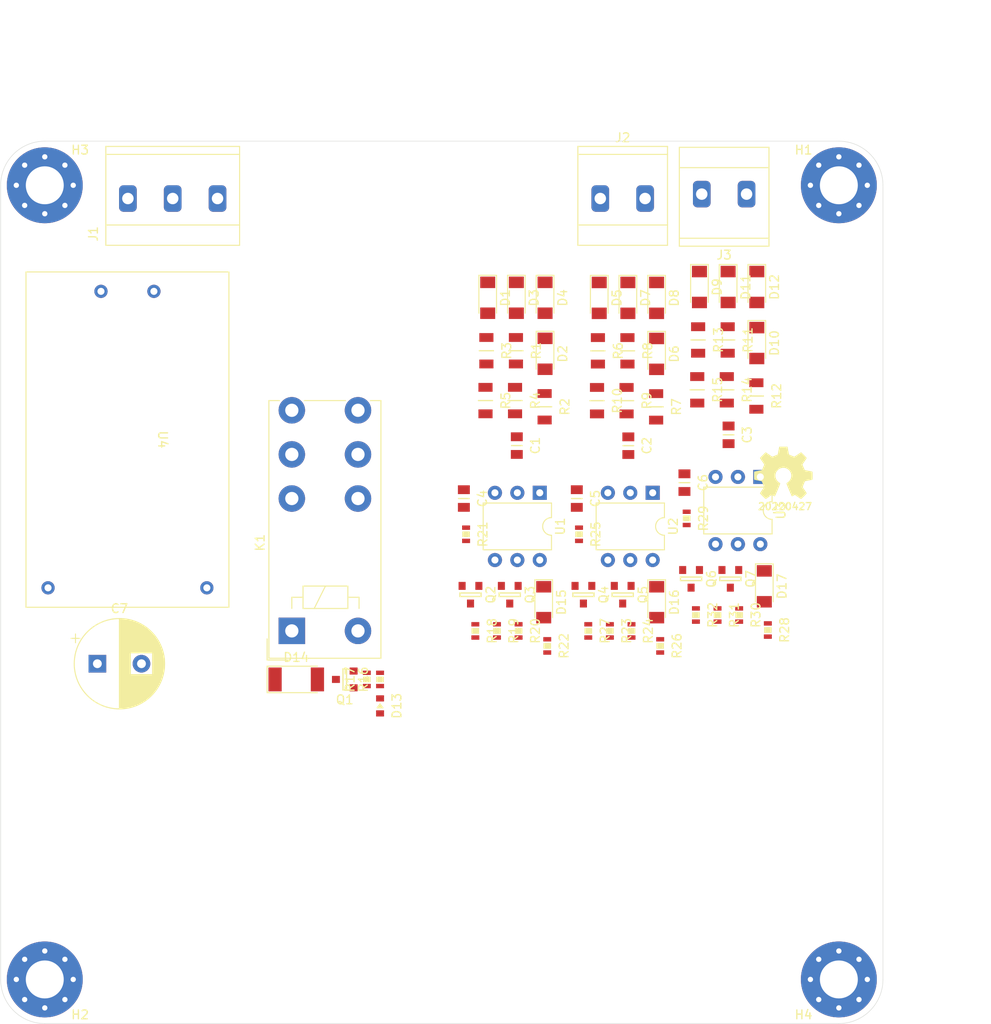
<source format=kicad_pcb>
(kicad_pcb (version 20211014) (generator pcbnew)
  (layers (0 "F.Cu" signal) (31 "B.Cu" signal) (34 "B.Paste" user) (35 "F.Paste" user) (36 "B.SilkS" user "B.Silkscreen") (37 "F.SilkS" user "F.Silkscreen") (38 "B.Mask" user) (39 "F.Mask" user) (44 "Edge.Cuts" user))
  (net 0 "")
  (net 1 "Earth")
  (net 2 "/N_in")
  (net 3 "/L_in")
  (net 4 "Net-(C1-Pad2)")
  (net 5 "Net-(C1-Pad1)")
  (net 6 "Net-(C2-Pad2)")
  (net 7 "Net-(C2-Pad1)")
  (net 8 "Net-(C3-Pad2)")
  (net 9 "Net-(C3-Pad1)")
  (net 10 "Net-(D11-Pad2)")
  (net 11 "/N_out1")
  (net 12 "/L_out1")
  (net 13 "/N_out2")
  (net 14 "/L_out2")
  (net 15 "Net-(R1-Pad1)")
  (net 16 "Net-(R2-Pad1)")
  (net 17 "Net-(R6-Pad1)")
  (net 18 "Net-(R7-Pad1)")
  (net 19 "Net-(R11-Pad1)")
  (net 20 "Net-(R12-Pad1)")
  (net 21 "/Sheet62699DAD/Enable")
  (net 22 "Net-(D13-Pad1)")
  (net 23 "/Sheet62699DAD/Coil")
  (net 24 "/Sheet62699DAD/+12V")
  (net 26 "/N_bus")
  (net 28 "/L_bus")
  (net 29 "/Sheet62699DAD/VSS")
  (net 30 "Net-(C4-Pad2)")
  (net 31 "Net-(C4-Pad1)")
  (net 32 "Net-(C5-Pad2)")
  (net 33 "Net-(C5-Pad1)")
  (net 34 "Net-(C6-Pad2)")
  (net 35 "Net-(C6-Pad1)")
  (net 36 "Net-(D15-Pad1)")
  (net 37 "Net-(D16-Pad1)")
  (net 38 "Net-(Q2-Pad3)")
  (net 39 "/ZC_in")
  (net 40 "/VSS")
  (net 41 "Net-(Q3-Pad1)")
  (net 42 "Net-(Q4-Pad3)")
  (net 43 "/ZC_out1")
  (net 44 "Net-(Q5-Pad1)")
  (net 45 "Net-(Q6-Pad3)")
  (net 46 "Net-(Q7-Pad1)")
  (net 47 "Net-(R18-Pad1)")
  (net 48 "Net-(R19-Pad1)")
  (net 49 "Net-(R21-Pad2)")
  (net 50 "+3V3")
  (net 51 "Net-(R23-Pad1)")
  (net 52 "Net-(R24-Pad1)")
  (net 53 "Net-(R26-Pad2)")
  (net 54 "Net-(R28-Pad1)")
  (net 55 "Net-(R29-Pad1)")
  (net 56 "Net-(R31-Pad2)")
  (net 60 "/VDD")
  (footprint "SquantorLabels:Label_Generic" (layer "F.Cu") (at 138.1 91.5)
    (fp_text reference "N1" hide)
    (fp_text value "20220427" (at 0.8 -0.1) (layer "F.SilkS") (effects (font (size 0.8 0.8))))
  )
  (footprint "Symbol:OSHW-Symbol_6.7x6mm_SilkScreen" (layer "F.Cu") (at 138.7 87.6)
    (fp_text reference "N2" hide)
    (fp_text value "OHWLOGO" hide)
  )
  (footprint "MountingHole:MountingHole_4.3mm_M4_Pad_Via" (layer "F.Cu") (at 145 55)
    (fp_text reference "H1" (at -4 -4) (layer "F.SilkS"))
    (fp_text value "M4")
    (pad "1" thru_hole circle locked (at -2.280419 2.280419) (size 0.9 0.9) (drill 0.6) (layers *.Cu *.Mask) (net 1 "Earth"))
    (pad "1" thru_hole circle locked (at 0 -3.225) (size 0.9 0.9) (drill 0.6) (layers *.Cu *.Mask) (net 1 "Earth"))
    (pad "1" thru_hole circle locked (at -3.225 0) (size 0.9 0.9) (drill 0.6) (layers *.Cu *.Mask) (net 1 "Earth"))
    (pad "1" thru_hole circle locked (at 0 0) (size 8.6 8.6) (drill 4.3) (layers *.Cu *.Mask) (net 1 "Earth"))
    (pad "1" thru_hole circle locked (at 2.280419 2.280419) (size 0.9 0.9) (drill 0.6) (layers *.Cu *.Mask) (net 1 "Earth"))
    (pad "1" thru_hole circle locked (at 3.225 0) (size 0.9 0.9) (drill 0.6) (layers *.Cu *.Mask) (net 1 "Earth"))
    (pad "1" thru_hole circle locked (at 0 3.225) (size 0.9 0.9) (drill 0.6) (layers *.Cu *.Mask) (net 1 "Earth"))
    (pad "1" thru_hole circle locked (at -2.280419 -2.280419) (size 0.9 0.9) (drill 0.6) (layers *.Cu *.Mask) (net 1 "Earth"))
    (pad "1" thru_hole circle locked (at 2.280419 -2.280419) (size 0.9 0.9) (drill 0.6) (layers *.Cu *.Mask) (net 1 "Earth"))
  )
  (footprint "MountingHole:MountingHole_4.3mm_M4_Pad_Via" (layer "F.Cu") (at 55 145)
    (fp_text reference "H2" (at 4 4) (layer "F.SilkS"))
    (fp_text value "M4")
    (pad "1" thru_hole circle locked (at 3.225 0) (size 0.9 0.9) (drill 0.6) (layers *.Cu *.Mask) (net 1 "Earth"))
    (pad "1" thru_hole circle locked (at 2.280419 -2.280419) (size 0.9 0.9) (drill 0.6) (layers *.Cu *.Mask) (net 1 "Earth"))
    (pad "1" thru_hole circle locked (at 0 0) (size 8.6 8.6) (drill 4.3) (layers *.Cu *.Mask) (net 1 "Earth"))
    (pad "1" thru_hole circle locked (at 0 -3.225) (size 0.9 0.9) (drill 0.6) (layers *.Cu *.Mask) (net 1 "Earth"))
    (pad "1" thru_hole circle locked (at -2.280419 2.280419) (size 0.9 0.9) (drill 0.6) (layers *.Cu *.Mask) (net 1 "Earth"))
    (pad "1" thru_hole circle locked (at -3.225 0) (size 0.9 0.9) (drill 0.6) (layers *.Cu *.Mask) (net 1 "Earth"))
    (pad "1" thru_hole circle locked (at -2.280419 -2.280419) (size 0.9 0.9) (drill 0.6) (layers *.Cu *.Mask) (net 1 "Earth"))
    (pad "1" thru_hole circle locked (at 2.280419 2.280419) (size 0.9 0.9) (drill 0.6) (layers *.Cu *.Mask) (net 1 "Earth"))
    (pad "1" thru_hole circle locked (at 0 3.225) (size 0.9 0.9) (drill 0.6) (layers *.Cu *.Mask) (net 1 "Earth"))
  )
  (footprint "MountingHole:MountingHole_4.3mm_M4_Pad_Via" (layer "F.Cu") (at 55 55)
    (fp_text reference "H3" (at 4 -4) (layer "F.SilkS"))
    (fp_text value "M4")
    (pad "1" thru_hole circle locked (at -2.280419 -2.280419) (size 0.9 0.9) (drill 0.6) (layers *.Cu *.Mask) (net 1 "Earth"))
    (pad "1" thru_hole circle locked (at 0 3.225) (size 0.9 0.9) (drill 0.6) (layers *.Cu *.Mask) (net 1 "Earth"))
    (pad "1" thru_hole circle locked (at 0 -3.225) (size 0.9 0.9) (drill 0.6) (layers *.Cu *.Mask) (net 1 "Earth"))
    (pad "1" thru_hole circle locked (at -2.280419 2.280419) (size 0.9 0.9) (drill 0.6) (layers *.Cu *.Mask) (net 1 "Earth"))
    (pad "1" thru_hole circle locked (at 2.280419 2.280419) (size 0.9 0.9) (drill 0.6) (layers *.Cu *.Mask) (net 1 "Earth"))
    (pad "1" thru_hole circle locked (at 2.280419 -2.280419) (size 0.9 0.9) (drill 0.6) (layers *.Cu *.Mask) (net 1 "Earth"))
    (pad "1" thru_hole circle locked (at -3.225 0) (size 0.9 0.9) (drill 0.6) (layers *.Cu *.Mask) (net 1 "Earth"))
    (pad "1" thru_hole circle locked (at 0 0) (size 8.6 8.6) (drill 4.3) (layers *.Cu *.Mask) (net 1 "Earth"))
    (pad "1" thru_hole circle locked (at 3.225 0) (size 0.9 0.9) (drill 0.6) (layers *.Cu *.Mask) (net 1 "Earth"))
  )
  (footprint "MountingHole:MountingHole_4.3mm_M4_Pad_Via" (layer "F.Cu") (at 145 145)
    (fp_text reference "H4" (at -4 4) (layer "F.SilkS"))
    (fp_text value "M4")
    (pad "1" thru_hole circle locked (at -2.280419 -2.280419) (size 0.9 0.9) (drill 0.6) (layers *.Cu *.Mask) (net 1 "Earth"))
    (pad "1" thru_hole circle locked (at 2.280419 -2.280419) (size 0.9 0.9) (drill 0.6) (layers *.Cu *.Mask) (net 1 "Earth"))
    (pad "1" thru_hole circle locked (at 2.280419 2.280419) (size 0.9 0.9) (drill 0.6) (layers *.Cu *.Mask) (net 1 "Earth"))
    (pad "1" thru_hole circle locked (at 0 0) (size 8.6 8.6) (drill 4.3) (layers *.Cu *.Mask) (net 1 "Earth"))
    (pad "1" thru_hole circle locked (at -3.225 0) (size 0.9 0.9) (drill 0.6) (layers *.Cu *.Mask) (net 1 "Earth"))
    (pad "1" thru_hole circle locked (at 0 -3.225) (size 0.9 0.9) (drill 0.6) (layers *.Cu *.Mask) (net 1 "Earth"))
    (pad "1" thru_hole circle locked (at 0 3.225) (size 0.9 0.9) (drill 0.6) (layers *.Cu *.Mask) (net 1 "Earth"))
    (pad "1" thru_hole circle locked (at -2.280419 2.280419) (size 0.9 0.9) (drill 0.6) (layers *.Cu *.Mask) (net 1 "Earth"))
    (pad "1" thru_hole circle locked (at 3.225 0) (size 0.9 0.9) (drill 0.6) (layers *.Cu *.Mask) (net 1 "Earth"))
  )
  (footprint "SquantorPhoenixContact:MKDS_3conn_508pitch_1711725" (layer "F.Cu") (at 69.5 56.5)
    (fp_text reference "J1" (at -9 4 -90) (layer "F.SilkS"))
    (fp_text value "Conn_01x03")
    (pad "1" thru_hole roundrect locked (at -5.08 0) (size 2 3) (drill 1.3) (layers *.Cu *.Mask) (net 3 "/L_in"))
    (pad "2" thru_hole roundrect locked (at 0 0) (size 2 3) (drill 1.3) (layers *.Cu *.Mask) (net 1 "Earth"))
    (pad "3" thru_hole roundrect locked (at 5.08 0) (size 2 3) (drill 1.3) (layers *.Cu *.Mask) (net 2 "/N_in"))
  )
  (footprint "SquantorRcl:C_0805" (layer "F.Cu") (at 108.5 84.5 -90)
    (fp_text reference "C1" (at 0 -2.1 90) (layer "F.SilkS"))
    (fp_text value "10n")
    (pad "1" smd rect locked (at -1 0 270) (size 1 1.35) (layers "F.Cu" "F.Paste" "F.Mask") (net 5 "Net-(C1-Pad1)"))
    (pad "2" smd rect locked (at 1 0 270) (size 1 1.35) (layers "F.Cu" "F.Paste" "F.Mask") (net 4 "Net-(C1-Pad2)"))
  )
  (footprint "SquantorRcl:C_0805" (layer "F.Cu") (at 121.14 84.51 -90)
    (fp_text reference "C2" (at 0 -2.1 90) (layer "F.SilkS"))
    (fp_text value "10n")
    (pad "1" smd rect locked (at -1 0 270) (size 1 1.35) (layers "F.Cu" "F.Paste" "F.Mask") (net 7 "Net-(C2-Pad1)"))
    (pad "2" smd rect locked (at 1 0 270) (size 1 1.35) (layers "F.Cu" "F.Paste" "F.Mask") (net 6 "Net-(C2-Pad2)"))
  )
  (footprint "SquantorRcl:C_0805" (layer "F.Cu") (at 132.5 83.28 -90)
    (fp_text reference "C3" (at 0 -2.1 90) (layer "F.SilkS"))
    (fp_text value "10n")
    (pad "1" smd rect locked (at -1 0 270) (size 1 1.35) (layers "F.Cu" "F.Paste" "F.Mask") (net 9 "Net-(C3-Pad1)"))
    (pad "2" smd rect locked (at 1 0 270) (size 1 1.35) (layers "F.Cu" "F.Paste" "F.Mask") (net 8 "Net-(C3-Pad2)"))
  )
  (footprint "Diode_SMD:D_MiniMELF" (layer "F.Cu") (at 105.2 67.75 -90)
    (fp_text reference "D1" (at 0 -2 90) (layer "F.SilkS"))
    (fp_text value "1N4148")
    (pad "1" smd rect locked (at -1.75 0 270) (size 1.3 1.7) (layers "F.Cu" "F.Paste" "F.Mask") (net 31 "Net-(C4-Pad1)"))
    (pad "2" smd rect locked (at 1.75 0 270) (size 1.3 1.7) (layers "F.Cu" "F.Paste" "F.Mask") (net 4 "Net-(C1-Pad2)"))
  )
  (footprint "Diode_SMD:D_MiniMELF" (layer "F.Cu") (at 111.7 74.1 -90)
    (fp_text reference "D2" (at 0 -2 90) (layer "F.SilkS"))
    (fp_text value "1N4148")
    (pad "1" smd rect locked (at -1.75 0 270) (size 1.3 1.7) (layers "F.Cu" "F.Paste" "F.Mask") (net 31 "Net-(C4-Pad1)"))
    (pad "2" smd rect locked (at 1.75 0 270) (size 1.3 1.7) (layers "F.Cu" "F.Paste" "F.Mask") (net 5 "Net-(C1-Pad1)"))
  )
  (footprint "Diode_SMD:D_MiniMELF" (layer "F.Cu") (at 108.45 67.75 -90)
    (fp_text reference "D3" (at 0 -2 90) (layer "F.SilkS"))
    (fp_text value "1N4148")
    (pad "1" smd rect locked (at -1.75 0 270) (size 1.3 1.7) (layers "F.Cu" "F.Paste" "F.Mask") (net 4 "Net-(C1-Pad2)"))
    (pad "2" smd rect locked (at 1.75 0 270) (size 1.3 1.7) (layers "F.Cu" "F.Paste" "F.Mask") (net 36 "Net-(D15-Pad1)"))
  )
  (footprint "Diode_SMD:D_MiniMELF" (layer "F.Cu") (at 111.7 67.75 -90)
    (fp_text reference "D4" (at 0 -2 90) (layer "F.SilkS"))
    (fp_text value "1N4148")
    (pad "1" smd rect locked (at -1.75 0 270) (size 1.3 1.7) (layers "F.Cu" "F.Paste" "F.Mask") (net 5 "Net-(C1-Pad1)"))
    (pad "2" smd rect locked (at 1.75 0 270) (size 1.3 1.7) (layers "F.Cu" "F.Paste" "F.Mask") (net 36 "Net-(D15-Pad1)"))
  )
  (footprint "Diode_SMD:D_MiniMELF" (layer "F.Cu") (at 117.84 67.76 -90)
    (fp_text reference "D5" (at 0 -2 90) (layer "F.SilkS"))
    (fp_text value "1N4148")
    (pad "1" smd rect locked (at -1.75 0 270) (size 1.3 1.7) (layers "F.Cu" "F.Paste" "F.Mask") (net 33 "Net-(C5-Pad1)"))
    (pad "2" smd rect locked (at 1.75 0 270) (size 1.3 1.7) (layers "F.Cu" "F.Paste" "F.Mask") (net 6 "Net-(C2-Pad2)"))
  )
  (footprint "Diode_SMD:D_MiniMELF" (layer "F.Cu") (at 124.34 74.11 -90)
    (fp_text reference "D6" (at 0 -2 90) (layer "F.SilkS"))
    (fp_text value "1N4148")
    (pad "1" smd rect locked (at -1.75 0 270) (size 1.3 1.7) (layers "F.Cu" "F.Paste" "F.Mask") (net 33 "Net-(C5-Pad1)"))
    (pad "2" smd rect locked (at 1.75 0 270) (size 1.3 1.7) (layers "F.Cu" "F.Paste" "F.Mask") (net 7 "Net-(C2-Pad1)"))
  )
  (footprint "Diode_SMD:D_MiniMELF" (layer "F.Cu") (at 121.09 67.76 -90)
    (fp_text reference "D7" (at 0 -2 90) (layer "F.SilkS"))
    (fp_text value "1N4148")
    (pad "1" smd rect locked (at -1.75 0 270) (size 1.3 1.7) (layers "F.Cu" "F.Paste" "F.Mask") (net 6 "Net-(C2-Pad2)"))
    (pad "2" smd rect locked (at 1.75 0 270) (size 1.3 1.7) (layers "F.Cu" "F.Paste" "F.Mask") (net 37 "Net-(D16-Pad1)"))
  )
  (footprint "Diode_SMD:D_MiniMELF" (layer "F.Cu") (at 124.34 67.76 -90)
    (fp_text reference "D8" (at 0 -2 90) (layer "F.SilkS"))
    (fp_text value "1N4148")
    (pad "1" smd rect locked (at -1.75 0 270) (size 1.3 1.7) (layers "F.Cu" "F.Paste" "F.Mask") (net 7 "Net-(C2-Pad1)"))
    (pad "2" smd rect locked (at 1.75 0 270) (size 1.3 1.7) (layers "F.Cu" "F.Paste" "F.Mask") (net 37 "Net-(D16-Pad1)"))
  )
  (footprint "Diode_SMD:D_MiniMELF" (layer "F.Cu") (at 129.2 66.53 -90)
    (fp_text reference "D9" (at 0 -2 90) (layer "F.SilkS"))
    (fp_text value "1N4148")
    (pad "1" smd rect locked (at -1.75 0 270) (size 1.3 1.7) (layers "F.Cu" "F.Paste" "F.Mask") (net 35 "Net-(C6-Pad1)"))
    (pad "2" smd rect locked (at 1.75 0 270) (size 1.3 1.7) (layers "F.Cu" "F.Paste" "F.Mask") (net 8 "Net-(C3-Pad2)"))
  )
  (footprint "Diode_SMD:D_MiniMELF" (layer "F.Cu") (at 135.7 72.88 -90)
    (fp_text reference "D10" (at 0 -2 90) (layer "F.SilkS"))
    (fp_text value "1N4148")
    (pad "1" smd rect locked (at -1.75 0 270) (size 1.3 1.7) (layers "F.Cu" "F.Paste" "F.Mask") (net 35 "Net-(C6-Pad1)"))
    (pad "2" smd rect locked (at 1.75 0 270) (size 1.3 1.7) (layers "F.Cu" "F.Paste" "F.Mask") (net 9 "Net-(C3-Pad1)"))
  )
  (footprint "Diode_SMD:D_MiniMELF" (layer "F.Cu") (at 132.45 66.53 -90)
    (fp_text reference "D11" (at 0 -2 90) (layer "F.SilkS"))
    (fp_text value "1N4148")
    (pad "1" smd rect locked (at -1.75 0 270) (size 1.3 1.7) (layers "F.Cu" "F.Paste" "F.Mask") (net 8 "Net-(C3-Pad2)"))
    (pad "2" smd rect locked (at 1.75 0 270) (size 1.3 1.7) (layers "F.Cu" "F.Paste" "F.Mask") (net 10 "Net-(D11-Pad2)"))
  )
  (footprint "Diode_SMD:D_MiniMELF" (layer "F.Cu") (at 135.7 66.53 -90)
    (fp_text reference "D12" (at 0 -2 90) (layer "F.SilkS"))
    (fp_text value "1N4148")
    (pad "1" smd rect locked (at -1.75 0 270) (size 1.3 1.7) (layers "F.Cu" "F.Paste" "F.Mask") (net 9 "Net-(C3-Pad1)"))
    (pad "2" smd rect locked (at 1.75 0 270) (size 1.3 1.7) (layers "F.Cu" "F.Paste" "F.Mask") (net 10 "Net-(D11-Pad2)"))
  )
  (footprint "SquantorPhoenixContact:MKDS_2conn_508pitch_1711725" (layer "F.Cu") (at 120.5 56.5)
    (fp_text reference "J2" (at 0 -6.9) (layer "F.SilkS"))
    (fp_text value "Conn_01x02")
    (pad "1" thru_hole roundrect locked (at -2.54 0) (size 2 3) (drill 1.3) (layers *.Cu *.Mask) (net 12 "/L_out1"))
    (pad "2" thru_hole roundrect locked (at 2.54 0) (size 2 3) (drill 1.3) (layers *.Cu *.Mask) (net 11 "/N_out1"))
  )
  (footprint "SquantorPhoenixContact:MKDS_2conn_508pitch_1711725" (layer "F.Cu") (at 132 56 180)
    (fp_text reference "J3" (at 0 -6.9) (layer "F.SilkS"))
    (fp_text value "Conn_01x02")
    (pad "1" thru_hole roundrect locked (at -2.54 0 180) (size 2 3) (drill 1.3) (layers *.Cu *.Mask) (net 14 "/L_out2"))
    (pad "2" thru_hole roundrect locked (at 2.54 0 180) (size 2 3) (drill 1.3) (layers *.Cu *.Mask) (net 13 "/N_out2"))
  )
  (footprint "SquantorRcl:C_1206" (layer "F.Cu") (at 108.4 73.75 -90)
    (fp_text reference "R1" (at 0 -2.3 90) (layer "F.SilkS"))
    (fp_text value "100K")
    (pad "1" smd rect locked (at -1.5 0 270) (size 1 1.6) (layers "F.Cu" "F.Paste" "F.Mask") (net 15 "Net-(R1-Pad1)"))
    (pad "2" smd rect locked (at 1.5 0 270) (size 1 1.6) (layers "F.Cu" "F.Paste" "F.Mask") (net 3 "/L_in"))
  )
  (footprint "SquantorRcl:C_1206" (layer "F.Cu") (at 111.65 80.1 -90)
    (fp_text reference "R2" (at 0 -2.3 90) (layer "F.SilkS"))
    (fp_text value "100K")
    (pad "1" smd rect locked (at -1.5 0 270) (size 1 1.6) (layers "F.Cu" "F.Paste" "F.Mask") (net 16 "Net-(R2-Pad1)"))
    (pad "2" smd rect locked (at 1.5 0 270) (size 1 1.6) (layers "F.Cu" "F.Paste" "F.Mask") (net 2 "/N_in"))
  )
  (footprint "SquantorRcl:C_1206" (layer "F.Cu") (at 105.05 73.75 -90)
    (fp_text reference "R3" (at 0 -2.3 90) (layer "F.SilkS"))
    (fp_text value "100K")
    (pad "1" smd rect locked (at -1.5 0 270) (size 1 1.6) (layers "F.Cu" "F.Paste" "F.Mask") (net 5 "Net-(C1-Pad1)"))
    (pad "2" smd rect locked (at 1.5 0 270) (size 1 1.6) (layers "F.Cu" "F.Paste" "F.Mask") (net 15 "Net-(R1-Pad1)"))
  )
  (footprint "SquantorRcl:C_1206" (layer "F.Cu") (at 108.3 79.4 -90)
    (fp_text reference "R4" (at 0 -2.3 90) (layer "F.SilkS"))
    (fp_text value "100K")
    (pad "1" smd rect locked (at -1.5 0 270) (size 1 1.6) (layers "F.Cu" "F.Paste" "F.Mask") (net 4 "Net-(C1-Pad2)"))
    (pad "2" smd rect locked (at 1.5 0 270) (size 1 1.6) (layers "F.Cu" "F.Paste" "F.Mask") (net 16 "Net-(R2-Pad1)"))
  )
  (footprint "SquantorRcl:C_1206" (layer "F.Cu") (at 104.95 79.4 -90)
    (fp_text reference "R5" (at 0 -2.3 90) (layer "F.SilkS"))
    (fp_text value "22K")
    (pad "1" smd rect locked (at -1.5 0 270) (size 1 1.6) (layers "F.Cu" "F.Paste" "F.Mask") (net 36 "Net-(D15-Pad1)"))
    (pad "2" smd rect locked (at 1.5 0 270) (size 1 1.6) (layers "F.Cu" "F.Paste" "F.Mask") (net 31 "Net-(C4-Pad1)"))
  )
  (footprint "SquantorRcl:C_1206" (layer "F.Cu") (at 117.69 73.76 -90)
    (fp_text reference "R6" (at 0 -2.3 90) (layer "F.SilkS"))
    (fp_text value "100K")
    (pad "1" smd rect locked (at -1.5 0 270) (size 1 1.6) (layers "F.Cu" "F.Paste" "F.Mask") (net 17 "Net-(R6-Pad1)"))
    (pad "2" smd rect locked (at 1.5 0 270) (size 1 1.6) (layers "F.Cu" "F.Paste" "F.Mask") (net 12 "/L_out1"))
  )
  (footprint "SquantorRcl:C_1206" (layer "F.Cu") (at 124.29 80.11 -90)
    (fp_text reference "R7" (at 0 -2.3 90) (layer "F.SilkS"))
    (fp_text value "100K")
    (pad "1" smd rect locked (at -1.5 0 270) (size 1 1.6) (layers "F.Cu" "F.Paste" "F.Mask") (net 18 "Net-(R7-Pad1)"))
    (pad "2" smd rect locked (at 1.5 0 270) (size 1 1.6) (layers "F.Cu" "F.Paste" "F.Mask") (net 11 "/N_out1"))
  )
  (footprint "SquantorRcl:C_1206" (layer "F.Cu") (at 121.04 73.76 -90)
    (fp_text reference "R8" (at 0 -2.3 90) (layer "F.SilkS"))
    (fp_text value "100K")
    (pad "1" smd rect locked (at -1.5 0 270) (size 1 1.6) (layers "F.Cu" "F.Paste" "F.Mask") (net 7 "Net-(C2-Pad1)"))
    (pad "2" smd rect locked (at 1.5 0 270) (size 1 1.6) (layers "F.Cu" "F.Paste" "F.Mask") (net 17 "Net-(R6-Pad1)"))
  )
  (footprint "SquantorRcl:C_1206" (layer "F.Cu") (at 120.94 79.41 -90)
    (fp_text reference "R9" (at 0 -2.3 90) (layer "F.SilkS"))
    (fp_text value "100K")
    (pad "1" smd rect locked (at -1.5 0 270) (size 1 1.6) (layers "F.Cu" "F.Paste" "F.Mask") (net 6 "Net-(C2-Pad2)"))
    (pad "2" smd rect locked (at 1.5 0 270) (size 1 1.6) (layers "F.Cu" "F.Paste" "F.Mask") (net 18 "Net-(R7-Pad1)"))
  )
  (footprint "SquantorRcl:C_1206" (layer "F.Cu") (at 117.59 79.41 -90)
    (fp_text reference "R10" (at 0 -2.3 90) (layer "F.SilkS"))
    (fp_text value "22K")
    (pad "1" smd rect locked (at -1.5 0 270) (size 1 1.6) (layers "F.Cu" "F.Paste" "F.Mask") (net 37 "Net-(D16-Pad1)"))
    (pad "2" smd rect locked (at 1.5 0 270) (size 1 1.6) (layers "F.Cu" "F.Paste" "F.Mask") (net 33 "Net-(C5-Pad1)"))
  )
  (footprint "SquantorRcl:C_1206" (layer "F.Cu") (at 132.4 72.53 -90)
    (fp_text reference "R11" (at 0 -2.3 90) (layer "F.SilkS"))
    (fp_text value "100K")
    (pad "1" smd rect locked (at -1.5 0 270) (size 1 1.6) (layers "F.Cu" "F.Paste" "F.Mask") (net 19 "Net-(R11-Pad1)"))
    (pad "2" smd rect locked (at 1.5 0 270) (size 1 1.6) (layers "F.Cu" "F.Paste" "F.Mask") (net 14 "/L_out2"))
  )
  (footprint "SquantorRcl:C_1206" (layer "F.Cu") (at 135.65 78.88 -90)
    (fp_text reference "R12" (at 0 -2.3 90) (layer "F.SilkS"))
    (fp_text value "100K")
    (pad "1" smd rect locked (at -1.5 0 270) (size 1 1.6) (layers "F.Cu" "F.Paste" "F.Mask") (net 20 "Net-(R12-Pad1)"))
    (pad "2" smd rect locked (at 1.5 0 270) (size 1 1.6) (layers "F.Cu" "F.Paste" "F.Mask") (net 13 "/N_out2"))
  )
  (footprint "SquantorRcl:C_1206" (layer "F.Cu") (at 129.05 72.53 -90)
    (fp_text reference "R13" (at 0 -2.3 90) (layer "F.SilkS"))
    (fp_text value "100K")
    (pad "1" smd rect locked (at -1.5 0 270) (size 1 1.6) (layers "F.Cu" "F.Paste" "F.Mask") (net 9 "Net-(C3-Pad1)"))
    (pad "2" smd rect locked (at 1.5 0 270) (size 1 1.6) (layers "F.Cu" "F.Paste" "F.Mask") (net 19 "Net-(R11-Pad1)"))
  )
  (footprint "SquantorRcl:C_1206" (layer "F.Cu") (at 132.3 78.18 -90)
    (fp_text reference "R14" (at 0 -2.3 90) (layer "F.SilkS"))
    (fp_text value "100K")
    (pad "1" smd rect locked (at -1.5 0 270) (size 1 1.6) (layers "F.Cu" "F.Paste" "F.Mask") (net 8 "Net-(C3-Pad2)"))
    (pad "2" smd rect locked (at 1.5 0 270) (size 1 1.6) (layers "F.Cu" "F.Paste" "F.Mask") (net 20 "Net-(R12-Pad1)"))
  )
  (footprint "SquantorRcl:C_1206" (layer "F.Cu") (at 128.95 78.18 -90)
    (fp_text reference "R15" (at 0 -2.3 90) (layer "F.SilkS"))
    (fp_text value "22K")
    (pad "1" smd rect locked (at -1.5 0 270) (size 1 1.6) (layers "F.Cu" "F.Paste" "F.Mask") (net 10 "Net-(D11-Pad2)"))
    (pad "2" smd rect locked (at 1.5 0 270) (size 1 1.6) (layers "F.Cu" "F.Paste" "F.Mask") (net 35 "Net-(C6-Pad1)"))
  )
  (footprint "SquantorDiodes:LED_0603_hand" (layer "F.Cu") (at 93 114 -90)
    (fp_text reference "D13" (at 0 -1.9 90) (layer "F.SilkS"))
    (fp_text value "LED")
    (pad "1" smd rect locked (at -0.85 0 270) (size 0.7 0.9) (layers "F.Cu" "F.Paste" "F.Mask") (net 22 "Net-(D13-Pad1)"))
    (pad "2" smd rect locked (at 0.85 0 270) (size 0.7 0.9) (layers "F.Cu" "F.Paste" "F.Mask") (net 21 "/Sheet62699DAD/Enable"))
  )
  (footprint "Diode_SMD:D_MELF" (layer "F.Cu") (at 83.5 111)
    (fp_text reference "D14" (at 0 -2.5) (layer "F.SilkS"))
    (fp_text value "LL4148")
    (pad "1" smd rect locked (at -2.4 0) (size 1.5 2.7) (layers "F.Cu" "F.Paste" "F.Mask") (net 24 "/Sheet62699DAD/+12V"))
    (pad "2" smd rect locked (at 2.4 0) (size 1.5 2.7) (layers "F.Cu" "F.Paste" "F.Mask") (net 23 "/Sheet62699DAD/Coil"))
  )
  (footprint "Relay_THT:Relay_DPDT_Finder_40.52" (layer "F.Cu") (at 83 105.5 90)
    (fp_text reference "K1" (at 10 -3.6 90) (layer "F.SilkS"))
    (fp_text value "FINDER-40.52")
    (pad "11" thru_hole circle locked (at 20 0 90) (size 3 3) (drill 1.5) (layers *.Cu *.Mask) (net 2 "/N_in"))
    (pad "12" thru_hole circle locked (at 15 0 90) (size 3 3) (drill 1.5) (layers *.Cu *.Mask) (net 26 "/N_bus"))
    (pad "14" thru_hole circle locked (at 25 0 90) (size 3 3) (drill 1.5) (layers *.Cu *.Mask))
    (pad "21" thru_hole circle locked (at 20 7.5 90) (size 3 3) (drill 1.5) (layers *.Cu *.Mask) (net 3 "/L_in"))
    (pad "22" thru_hole circle locked (at 15 7.5 90) (size 3 3) (drill 1.5) (layers *.Cu *.Mask))
    (pad "24" thru_hole circle locked (at 25 7.5 90) (size 3 3) (drill 1.5) (layers *.Cu *.Mask) (net 28 "/L_bus"))
    (pad "A1" thru_hole rect locked (at 0 0 90) (size 3 3) (drill 1.5) (layers *.Cu *.Mask) (net 24 "/Sheet62699DAD/+12V"))
    (pad "A2" thru_hole circle locked (at 0 7.5 90) (size 3 3) (drill 1.5) (layers *.Cu *.Mask) (net 23 "/Sheet62699DAD/Coil"))
  )
  (footprint "SquantorIC:SOT23-3" (layer "F.Cu") (at 89 111 180)
    (fp_text reference "Q1" (at 0 -2.3) (layer "F.SilkS"))
    (fp_text value "Q_NMOS_GSD")
    (pad "1" smd rect locked (at -1 -0.95 90) (size 0.8 0.9) (layers "F.Cu" "F.Paste" "F.Mask") (net 21 "/Sheet62699DAD/Enable"))
    (pad "2" smd rect locked (at -1 0.95 90) (size 0.8 0.9) (layers "F.Cu" "F.Paste" "F.Mask") (net 29 "/Sheet62699DAD/VSS"))
    (pad "3" smd rect locked (at 1 0 90) (size 0.8 0.9) (layers "F.Cu" "F.Paste" "F.Mask") (net 23 "/Sheet62699DAD/Coil"))
  )
  (footprint "SquantorRcl:R_0603" (layer "F.Cu") (at 93 111 90)
    (fp_text reference "R16" (at 0 -1.9 90) (layer "F.SilkS"))
    (fp_text value "1K")
    (pad "1" smd rect locked (at -0.75 0 90) (size 0.5 0.9) (layers "F.Cu" "F.Paste" "F.Mask") (net 22 "Net-(D13-Pad1)"))
    (pad "2" smd rect locked (at 0.75 0 90) (size 0.5 0.9) (layers "F.Cu" "F.Paste" "F.Mask") (net 29 "/Sheet62699DAD/VSS"))
  )
  (footprint "SquantorRcl:R_0603" (layer "F.Cu") (at 91.5 111 90)
    (fp_text reference "R17" (at 0 -1.9 90) (layer "F.SilkS"))
    (fp_text value "10K")
    (pad "1" smd rect locked (at -0.75 0 90) (size 0.5 0.9) (layers "F.Cu" "F.Paste" "F.Mask") (net 21 "/Sheet62699DAD/Enable"))
    (pad "2" smd rect locked (at 0.75 0 90) (size 0.5 0.9) (layers "F.Cu" "F.Paste" "F.Mask") (net 29 "/Sheet62699DAD/VSS"))
  )
  (footprint "SquantorRcl:C_0805" (layer "F.Cu") (at 102.5 90.5 -90)
    (fp_text reference "C4" (at 0 -2.1 90) (layer "F.SilkS"))
    (fp_text value "10u")
    (pad "1" smd rect locked (at -1 0 270) (size 1 1.35) (layers "F.Cu" "F.Paste" "F.Mask") (net 31 "Net-(C4-Pad1)"))
    (pad "2" smd rect locked (at 1 0 270) (size 1 1.35) (layers "F.Cu" "F.Paste" "F.Mask") (net 30 "Net-(C4-Pad2)"))
  )
  (footprint "SquantorRcl:C_0805" (layer "F.Cu") (at 115.3 90.5 -90)
    (fp_text reference "C5" (at 0 -2.1 90) (layer "F.SilkS"))
    (fp_text value "10u")
    (pad "1" smd rect locked (at -1 0 270) (size 1 1.35) (layers "F.Cu" "F.Paste" "F.Mask") (net 33 "Net-(C5-Pad1)"))
    (pad "2" smd rect locked (at 1 0 270) (size 1 1.35) (layers "F.Cu" "F.Paste" "F.Mask") (net 32 "Net-(C5-Pad2)"))
  )
  (footprint "SquantorRcl:C_0805" (layer "F.Cu") (at 127.5 88.7 -90)
    (fp_text reference "C6" (at 0 -2.1 90) (layer "F.SilkS"))
    (fp_text value "10u")
    (pad "1" smd rect locked (at -1 0 270) (size 1 1.35) (layers "F.Cu" "F.Paste" "F.Mask") (net 35 "Net-(C6-Pad1)"))
    (pad "2" smd rect locked (at 1 0 270) (size 1 1.35) (layers "F.Cu" "F.Paste" "F.Mask") (net 34 "Net-(C6-Pad2)"))
  )
  (footprint "Diode_SMD:D_MiniMELF" (layer "F.Cu") (at 111.55 102.25 -90)
    (fp_text reference "D15" (at 0 -2 90) (layer "F.SilkS"))
    (fp_text value "1N4148")
    (pad "1" smd rect locked (at -1.75 0 270) (size 1.3 1.7) (layers "F.Cu" "F.Paste" "F.Mask") (net 36 "Net-(D15-Pad1)"))
    (pad "2" smd rect locked (at 1.75 0 270) (size 1.3 1.7) (layers "F.Cu" "F.Paste" "F.Mask") (net 30 "Net-(C4-Pad2)"))
  )
  (footprint "Diode_SMD:D_MiniMELF" (layer "F.Cu") (at 124.35 102.25 -90)
    (fp_text reference "D16" (at 0 -2 90) (layer "F.SilkS"))
    (fp_text value "1N4148")
    (pad "1" smd rect locked (at -1.75 0 270) (size 1.3 1.7) (layers "F.Cu" "F.Paste" "F.Mask") (net 37 "Net-(D16-Pad1)"))
    (pad "2" smd rect locked (at 1.75 0 270) (size 1.3 1.7) (layers "F.Cu" "F.Paste" "F.Mask") (net 32 "Net-(C5-Pad2)"))
  )
  (footprint "Diode_SMD:D_MiniMELF" (layer "F.Cu") (at 136.55 100.45 -90)
    (fp_text reference "D17" (at 0 -2 90) (layer "F.SilkS"))
    (fp_text value "1N4148")
    (pad "1" smd rect locked (at -1.75 0 270) (size 1.3 1.7) (layers "F.Cu" "F.Paste" "F.Mask") (net 10 "Net-(D11-Pad2)"))
    (pad "2" smd rect locked (at 1.75 0 270) (size 1.3 1.7) (layers "F.Cu" "F.Paste" "F.Mask") (net 34 "Net-(C6-Pad2)"))
  )
  (footprint "SquantorIC:SOT23-3" (layer "F.Cu") (at 103.25 101.4 -90)
    (fp_text reference "Q2" (at 0 -2.3 90) (layer "F.SilkS"))
    (fp_text value "MMBT3904")
    (pad "1" smd rect locked (at -1 -0.95 180) (size 0.8 0.9) (layers "F.Cu" "F.Paste" "F.Mask") (net 36 "Net-(D15-Pad1)"))
    (pad "2" smd rect locked (at -1 0.95 180) (size 0.8 0.9) (layers "F.Cu" "F.Paste" "F.Mask") (net 30 "Net-(C4-Pad2)"))
    (pad "3" smd rect locked (at 1 0 180) (size 0.8 0.9) (layers "F.Cu" "F.Paste" "F.Mask") (net 38 "Net-(Q2-Pad3)"))
  )
  (footprint "SquantorIC:SOT23-3" (layer "F.Cu") (at 107.7 101.4 -90)
    (fp_text reference "Q3" (at 0 -2.3 90) (layer "F.SilkS"))
    (fp_text value "MMBT3904")
    (pad "1" smd rect locked (at -1 -0.95 180) (size 0.8 0.9) (layers "F.Cu" "F.Paste" "F.Mask") (net 41 "Net-(Q3-Pad1)"))
    (pad "2" smd rect locked (at -1 0.95 180) (size 0.8 0.9) (layers "F.Cu" "F.Paste" "F.Mask") (net 40 "/VSS"))
    (pad "3" smd rect locked (at 1 0 180) (size 0.8 0.9) (layers "F.Cu" "F.Paste" "F.Mask") (net 39 "/ZC_in"))
  )
  (footprint "SquantorIC:SOT23-3" (layer "F.Cu") (at 116.05 101.4 -90)
    (fp_text reference "Q4" (at 0 -2.3 90) (layer "F.SilkS"))
    (fp_text value "MMBT3904")
    (pad "1" smd rect locked (at -1 -0.95 180) (size 0.8 0.9) (layers "F.Cu" "F.Paste" "F.Mask") (net 37 "Net-(D16-Pad1)"))
    (pad "2" smd rect locked (at -1 0.95 180) (size 0.8 0.9) (layers "F.Cu" "F.Paste" "F.Mask") (net 32 "Net-(C5-Pad2)"))
    (pad "3" smd rect locked (at 1 0 180) (size 0.8 0.9) (layers "F.Cu" "F.Paste" "F.Mask") (net 42 "Net-(Q4-Pad3)"))
  )
  (footprint "SquantorIC:SOT23-3" (layer "F.Cu") (at 120.5 101.4 -90)
    (fp_text reference "Q5" (at 0 -2.3 90) (layer "F.SilkS"))
    (fp_text value "MMBT3904")
    (pad "1" smd rect locked (at -1 -0.95 180) (size 0.8 0.9) (layers "F.Cu" "F.Paste" "F.Mask") (net 44 "Net-(Q5-Pad1)"))
    (pad "2" smd rect locked (at -1 0.95 180) (size 0.8 0.9) (layers "F.Cu" "F.Paste" "F.Mask") (net 40 "/VSS"))
    (pad "3" smd rect locked (at 1 0 180) (size 0.8 0.9) (layers "F.Cu" "F.Paste" "F.Mask") (net 43 "/ZC_out1"))
  )
  (footprint "SquantorIC:SOT23-3" (layer "F.Cu") (at 128.25 99.6 -90)
    (fp_text reference "Q6" (at 0 -2.3 90) (layer "F.SilkS"))
    (fp_text value "MMBT3904")
    (pad "1" smd rect locked (at -1 -0.95 180) (size 0.8 0.9) (layers "F.Cu" "F.Paste" "F.Mask") (net 10 "Net-(D11-Pad2)"))
    (pad "2" smd rect locked (at -1 0.95 180) (size 0.8 0.9) (layers "F.Cu" "F.Paste" "F.Mask") (net 34 "Net-(C6-Pad2)"))
    (pad "3" smd rect locked (at 1 0 180) (size 0.8 0.9) (layers "F.Cu" "F.Paste" "F.Mask") (net 45 "Net-(Q6-Pad3)"))
  )
  (footprint "SquantorIC:SOT23-3" (layer "F.Cu") (at 132.7 99.6 -90)
    (fp_text reference "Q7" (at 0 -2.3 90) (layer "F.SilkS"))
    (fp_text value "MMBT3904")
    (pad "1" smd rect locked (at -1 -0.95 180) (size 0.8 0.9) (layers "F.Cu" "F.Paste" "F.Mask") (net 46 "Net-(Q7-Pad1)"))
    (pad "2" smd rect locked (at -1 0.95 180) (size 0.8 0.9) (layers "F.Cu" "F.Paste" "F.Mask") (net 40 "/VSS"))
    (pad "3" smd rect locked (at 1 0 180) (size 0.8 0.9) (layers "F.Cu" "F.Paste" "F.Mask") (net 43 "/ZC_out1"))
  )
  (footprint "SquantorRcl:R_0603" (layer "F.Cu") (at 103.8 105.5 -90)
    (fp_text reference "R18" (at 0 -1.9 90) (layer "F.SilkS"))
    (fp_text value "1K")
    (pad "1" smd rect locked (at -0.75 0 270) (size 0.5 0.9) (layers "F.Cu" "F.Paste" "F.Mask") (net 47 "Net-(R18-Pad1)"))
    (pad "2" smd rect locked (at 0.75 0 270) (size 0.5 0.9) (layers "F.Cu" "F.Paste" "F.Mask") (net 31 "Net-(C4-Pad1)"))
  )
  (footprint "SquantorRcl:R_0603" (layer "F.Cu") (at 106.25 105.5 -90)
    (fp_text reference "R19" (at 0 -1.9 90) (layer "F.SilkS"))
    (fp_text value "2.2M")
    (pad "1" smd rect locked (at -0.75 0 270) (size 0.5 0.9) (layers "F.Cu" "F.Paste" "F.Mask") (net 48 "Net-(R19-Pad1)"))
    (pad "2" smd rect locked (at 0.75 0 270) (size 0.5 0.9) (layers "F.Cu" "F.Paste" "F.Mask") (net 41 "Net-(Q3-Pad1)"))
  )
  (footprint "SquantorRcl:R_0603" (layer "F.Cu") (at 108.7 105.5 -90)
    (fp_text reference "R20" (at 0 -1.9 90) (layer "F.SilkS"))
    (fp_text value "1K")
    (pad "1" smd rect locked (at -0.75 0 270) (size 0.5 0.9) (layers "F.Cu" "F.Paste" "F.Mask") (net 41 "Net-(Q3-Pad1)"))
    (pad "2" smd rect locked (at 0.75 0 270) (size 0.5 0.9) (layers "F.Cu" "F.Paste" "F.Mask") (net 40 "/VSS"))
  )
  (footprint "SquantorRcl:R_0603" (layer "F.Cu") (at 102.75 94.55 -90)
    (fp_text reference "R21" (at 0 -1.9 90) (layer "F.SilkS"))
    (fp_text value "47")
    (pad "1" smd rect locked (at -0.75 0 270) (size 0.5 0.9) (layers "F.Cu" "F.Paste" "F.Mask") (net 50 "+3V3"))
    (pad "2" smd rect locked (at 0.75 0 270) (size 0.5 0.9) (layers "F.Cu" "F.Paste" "F.Mask") (net 49 "Net-(R21-Pad2)"))
  )
  (footprint "SquantorRcl:R_0603" (layer "F.Cu") (at 111.95 107.2 -90)
    (fp_text reference "R22" (at 0 -1.9 90) (layer "F.SilkS"))
    (fp_text value "1K")
    (pad "1" smd rect locked (at -0.75 0 270) (size 0.5 0.9) (layers "F.Cu" "F.Paste" "F.Mask") (net 50 "+3V3"))
    (pad "2" smd rect locked (at 0.75 0 270) (size 0.5 0.9) (layers "F.Cu" "F.Paste" "F.Mask") (net 39 "/ZC_in"))
  )
  (footprint "SquantorRcl:R_0603" (layer "F.Cu") (at 119.05 105.5 -90)
    (fp_text reference "R23" (at 0 -1.9 90) (layer "F.SilkS"))
    (fp_text value "1K")
    (pad "1" smd rect locked (at -0.75 0 270) (size 0.5 0.9) (layers "F.Cu" "F.Paste" "F.Mask") (net 51 "Net-(R23-Pad1)"))
    (pad "2" smd rect locked (at 0.75 0 270) (size 0.5 0.9) (layers "F.Cu" "F.Paste" "F.Mask") (net 33 "Net-(C5-Pad1)"))
  )
  (footprint "SquantorRcl:R_0603" (layer "F.Cu") (at 121.5 105.5 -90)
    (fp_text reference "R24" (at 0 -1.9 90) (layer "F.SilkS"))
    (fp_text value "2.2M")
    (pad "1" smd rect locked (at -0.75 0 270) (size 0.5 0.9) (layers "F.Cu" "F.Paste" "F.Mask") (net 52 "Net-(R24-Pad1)"))
    (pad "2" smd rect locked (at 0.75 0 270) (size 0.5 0.9) (layers "F.Cu" "F.Paste" "F.Mask") (net 44 "Net-(Q5-Pad1)"))
  )
  (footprint "SquantorRcl:R_0603" (layer "F.Cu") (at 115.55 94.55 -90)
    (fp_text reference "R25" (at 0 -1.9 90) (layer "F.SilkS"))
    (fp_text value "1K")
    (pad "1" smd rect locked (at -0.75 0 270) (size 0.5 0.9) (layers "F.Cu" "F.Paste" "F.Mask") (net 44 "Net-(Q5-Pad1)"))
    (pad "2" smd rect locked (at 0.75 0 270) (size 0.5 0.9) (layers "F.Cu" "F.Paste" "F.Mask") (net 40 "/VSS"))
  )
  (footprint "SquantorRcl:R_0603" (layer "F.Cu") (at 124.75 107.2 -90)
    (fp_text reference "R26" (at 0 -1.9 90) (layer "F.SilkS"))
    (fp_text value "47")
    (pad "1" smd rect locked (at -0.75 0 270) (size 0.5 0.9) (layers "F.Cu" "F.Paste" "F.Mask") (net 50 "+3V3"))
    (pad "2" smd rect locked (at 0.75 0 270) (size 0.5 0.9) (layers "F.Cu" "F.Paste" "F.Mask") (net 53 "Net-(R26-Pad2)"))
  )
  (footprint "SquantorRcl:R_0603" (layer "F.Cu") (at 116.6 105.5 -90)
    (fp_text reference "R27" (at 0 -1.9 90) (layer "F.SilkS"))
    (fp_text value "1K")
    (pad "1" smd rect locked (at -0.75 0 270) (size 0.5 0.9) (layers "F.Cu" "F.Paste" "F.Mask") (net 50 "+3V3"))
    (pad "2" smd rect locked (at 0.75 0 270) (size 0.5 0.9) (layers "F.Cu" "F.Paste" "F.Mask") (net 43 "/ZC_out1"))
  )
  (footprint "SquantorRcl:R_0603" (layer "F.Cu") (at 136.95 105.4 -90)
    (fp_text reference "R28" (at 0 -1.9 90) (layer "F.SilkS"))
    (fp_text value "1K")
    (pad "1" smd rect locked (at -0.75 0 270) (size 0.5 0.9) (layers "F.Cu" "F.Paste" "F.Mask") (net 54 "Net-(R28-Pad1)"))
    (pad "2" smd rect locked (at 0.75 0 270) (size 0.5 0.9) (layers "F.Cu" "F.Paste" "F.Mask") (net 35 "Net-(C6-Pad1)"))
  )
  (footprint "SquantorRcl:R_0603" (layer "F.Cu") (at 127.75 92.75 -90)
    (fp_text reference "R29" (at 0 -1.9 90) (layer "F.SilkS"))
    (fp_text value "2.2M")
    (pad "1" smd rect locked (at -0.75 0 270) (size 0.5 0.9) (layers "F.Cu" "F.Paste" "F.Mask") (net 55 "Net-(R29-Pad1)"))
    (pad "2" smd rect locked (at 0.75 0 270) (size 0.5 0.9) (layers "F.Cu" "F.Paste" "F.Mask") (net 46 "Net-(Q7-Pad1)"))
  )
  (footprint "SquantorRcl:R_0603" (layer "F.Cu") (at 133.7 103.7 -90)
    (fp_text reference "R30" (at 0 -1.9 90) (layer "F.SilkS"))
    (fp_text value "1K")
    (pad "1" smd rect locked (at -0.75 0 270) (size 0.5 0.9) (layers "F.Cu" "F.Paste" "F.Mask") (net 46 "Net-(Q7-Pad1)"))
    (pad "2" smd rect locked (at 0.75 0 270) (size 0.5 0.9) (layers "F.Cu" "F.Paste" "F.Mask") (net 40 "/VSS"))
  )
  (footprint "SquantorRcl:R_0603" (layer "F.Cu") (at 131.25 103.7 -90)
    (fp_text reference "R31" (at 0 -1.9 90) (layer "F.SilkS"))
    (fp_text value "47")
    (pad "1" smd rect locked (at -0.75 0 270) (size 0.5 0.9) (layers "F.Cu" "F.Paste" "F.Mask") (net 50 "+3V3"))
    (pad "2" smd rect locked (at 0.75 0 270) (size 0.5 0.9) (layers "F.Cu" "F.Paste" "F.Mask") (net 56 "Net-(R31-Pad2)"))
  )
  (footprint "SquantorRcl:R_0603" (layer "F.Cu") (at 128.8 103.7 -90)
    (fp_text reference "R32" (at 0 -1.9 90) (layer "F.SilkS"))
    (fp_text value "1K")
    (pad "1" smd rect locked (at -0.75 0 270) (size 0.5 0.9) (layers "F.Cu" "F.Paste" "F.Mask") (net 50 "+3V3"))
    (pad "2" smd rect locked (at 0.75 0 270) (size 0.5 0.9) (layers "F.Cu" "F.Paste" "F.Mask") (net 43 "/ZC_out1"))
  )
  (footprint "Package_DIP:DIP-6_W7.62mm" (layer "F.Cu") (at 111.1 89.85 -90)
    (fp_text reference "U1" (at 3.81 -2.33 90) (layer "F.SilkS"))
    (fp_text value "4N28")
    (pad "1" thru_hole rect locked (at 0 0 270) (size 1.6 1.6) (drill 0.8) (layers *.Cu *.Mask) (net 47 "Net-(R18-Pad1)"))
    (pad "2" thru_hole oval locked (at 0 2.54 270) (size 1.6 1.6) (drill 0.8) (layers *.Cu *.Mask) (net 38 "Net-(Q2-Pad3)"))
    (pad "3" thru_hole oval locked (at 0 5.08 270) (size 1.6 1.6) (drill 0.8) (layers *.Cu *.Mask))
    (pad "4" thru_hole oval locked (at 7.62 5.08 270) (size 1.6 1.6) (drill 0.8) (layers *.Cu *.Mask) (net 41 "Net-(Q3-Pad1)"))
    (pad "5" thru_hole oval locked (at 7.62 2.54 270) (size 1.6 1.6) (drill 0.8) (layers *.Cu *.Mask) (net 49 "Net-(R21-Pad2)"))
    (pad "6" thru_hole oval locked (at 7.62 0 270) (size 1.6 1.6) (drill 0.8) (layers *.Cu *.Mask) (net 48 "Net-(R19-Pad1)"))
  )
  (footprint "Package_DIP:DIP-6_W7.62mm" (layer "F.Cu") (at 123.9 89.85 -90)
    (fp_text reference "U2" (at 3.81 -2.33 90) (layer "F.SilkS"))
    (fp_text value "4N28")
    (pad "1" thru_hole rect locked (at 0 0 270) (size 1.6 1.6) (drill 0.8) (layers *.Cu *.Mask) (net 51 "Net-(R23-Pad1)"))
    (pad "2" thru_hole oval locked (at 0 2.54 270) (size 1.6 1.6) (drill 0.8) (layers *.Cu *.Mask) (net 42 "Net-(Q4-Pad3)"))
    (pad "3" thru_hole oval locked (at 0 5.08 270) (size 1.6 1.6) (drill 0.8) (layers *.Cu *.Mask))
    (pad "4" thru_hole oval locked (at 7.62 5.08 270) (size 1.6 1.6) (drill 0.8) (layers *.Cu *.Mask) (net 44 "Net-(Q5-Pad1)"))
    (pad "5" thru_hole oval locked (at 7.62 2.54 270) (size 1.6 1.6) (drill 0.8) (layers *.Cu *.Mask) (net 53 "Net-(R26-Pad2)"))
    (pad "6" thru_hole oval locked (at 7.62 0 270) (size 1.6 1.6) (drill 0.8) (layers *.Cu *.Mask) (net 52 "Net-(R24-Pad1)"))
  )
  (footprint "Package_DIP:DIP-6_W7.62mm" (layer "F.Cu") (at 136.1 88.05 -90)
    (fp_text reference "U3" (at 3.81 -2.33 90) (layer "F.SilkS"))
    (fp_text value "4N28")
    (pad "1" thru_hole rect locked (at 0 0 270) (size 1.6 1.6) (drill 0.8) (layers *.Cu *.Mask) (net 54 "Net-(R28-Pad1)"))
    (pad "2" thru_hole oval locked (at 0 2.54 270) (size 1.6 1.6) (drill 0.8) (layers *.Cu *.Mask) (net 45 "Net-(Q6-Pad3)"))
    (pad "3" thru_hole oval locked (at 0 5.08 270) (size 1.6 1.6) (drill 0.8) (layers *.Cu *.Mask))
    (pad "4" thru_hole oval locked (at 7.62 5.08 270) (size 1.6 1.6) (drill 0.8) (layers *.Cu *.Mask) (net 46 "Net-(Q7-Pad1)"))
    (pad "5" thru_hole oval locked (at 7.62 2.54 270) (size 1.6 1.6) (drill 0.8) (layers *.Cu *.Mask) (net 56 "Net-(R31-Pad2)"))
    (pad "6" thru_hole oval locked (at 7.62 0 270) (size 1.6 1.6) (drill 0.8) (layers *.Cu *.Mask) (net 55 "Net-(R29-Pad1)"))
  )
  (footprint "SquantorHi-link:5MXX_series" (layer "F.Cu") (at 64.37 83.82 -90)
    (fp_text reference "U4" (at 0 -4 -90 unlocked) (layer "F.SilkS"))
    (fp_text value "HLK-5M12")
    (pad "1" thru_hole circle (at -16.8 -3 270) (size 1.5 1.5) (drill 0.8) (layers *.Cu *.Mask) (net 3 "/L_in"))
    (pad "2" thru_hole circle (at -16.8 3 270) (size 1.5 1.5) (drill 0.8) (layers *.Cu *.Mask) (net 2 "/N_in"))
    (pad "3" thru_hole circle (at 16.8 -9 270) (size 1.5 1.5) (drill 0.8) (layers *.Cu *.Mask) (net 40 "/VSS"))
    (pad "4" thru_hole circle (at 16.8 9 270) (size 1.5 1.5) (drill 0.8) (layers *.Cu *.Mask) (net 60 "/VDD"))
  )
  (footprint "Capacitor_THT:CP_Radial_D10.0mm_P5.00mm" (layer "F.Cu") (at 60.96 109.22)
    (fp_text reference "C7" (at 2.5 -6.25) (layer "F.SilkS"))
    (fp_text value "220u")
    (pad "1" thru_hole rect (at 0 0) (size 2 2) (drill 1) (layers *.Cu *.Mask) (net 60 "/VDD"))
    (pad "2" thru_hole circle (at 5 0) (size 2 2) (drill 1) (layers *.Cu *.Mask) (net 40 "/VSS"))
  )
  (gr_line (start 50 145) (end 50 55) (layer "Edge.Cuts") (width 0.05))
  (gr_arc (start 145 50) (mid 148.535534 51.464466) (end 150 55) (layer "Edge.Cuts") (width 0.05))
  (gr_arc (start 150 145) (mid 148.535534 148.535534) (end 145 150) (layer "Edge.Cuts") (width 0.05))
  (gr_arc (start 55 150) (mid 51.464466 148.535534) (end 50 145) (layer "Edge.Cuts") (width 0.05))
  (gr_line (start 145 150) (end 55 150) (layer "Edge.Cuts") (width 0.05))
  (gr_line (start 55 50) (end 145 50) (layer "Edge.Cuts") (width 0.05))
  (gr_line (start 150 55) (end 150 145) (layer "Edge.Cuts") (width 0.05))
  (gr_arc (start 50 55) (mid 51.464466 51.464466) (end 55 50) (layer "Edge.Cuts") (width 0.05))
)
</source>
